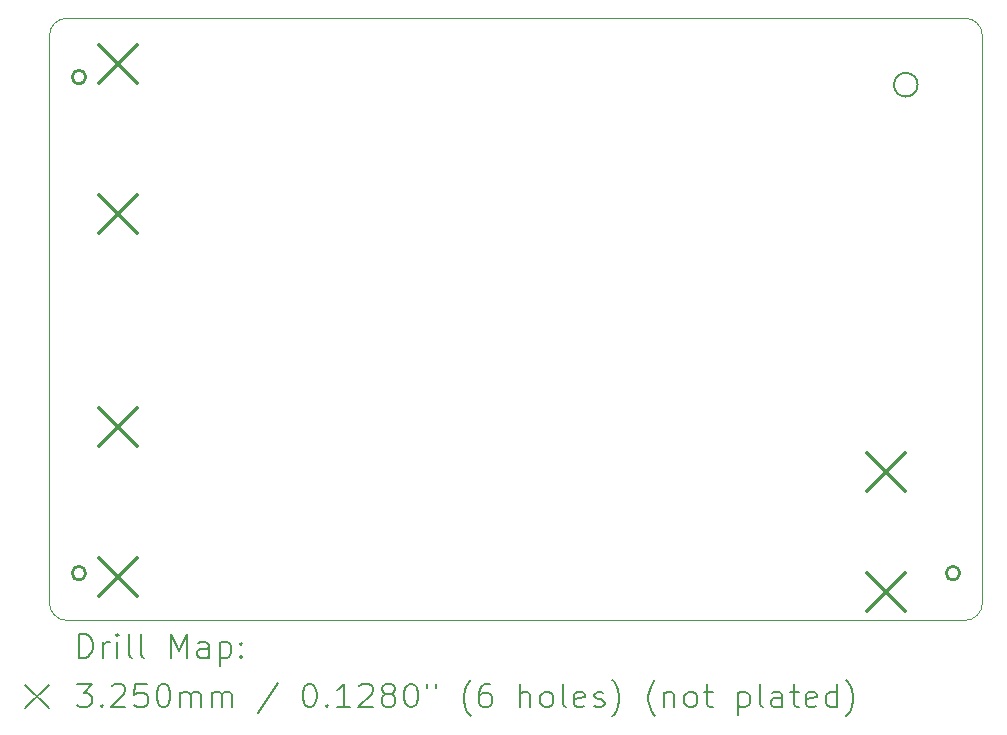
<source format=gbr>
%FSLAX45Y45*%
G04 Gerber Fmt 4.5, Leading zero omitted, Abs format (unit mm)*
G04 Created by KiCad (PCBNEW (6.0.0)) date 2022-01-05 17:08:32*
%MOMM*%
%LPD*%
G01*
G04 APERTURE LIST*
%TA.AperFunction,Profile*%
%ADD10C,0.200000*%
%TD*%
%TA.AperFunction,Profile*%
%ADD11C,0.249000*%
%TD*%
%TA.AperFunction,Profile*%
%ADD12C,0.100000*%
%TD*%
%ADD13C,0.200000*%
%ADD14C,0.325000*%
G04 APERTURE END LIST*
D10*
X17500600Y-7264400D02*
G75*
G03*
X17500600Y-7264400I-100000J0D01*
G01*
D11*
X10457600Y-11400000D02*
G75*
G03*
X10457600Y-11400000I-57600J0D01*
G01*
X10457600Y-7200000D02*
G75*
G03*
X10457600Y-7200000I-57600J0D01*
G01*
X17857600Y-11400000D02*
G75*
G03*
X17857600Y-11400000I-57600J0D01*
G01*
D12*
X10300000Y-6700000D02*
G75*
G03*
X10150000Y-6850000I0J-150000D01*
G01*
X10150000Y-6850000D02*
X10150000Y-11650000D01*
X18050000Y-11650000D02*
X18050000Y-6850000D01*
X17900000Y-6700000D02*
X10300000Y-6700000D01*
X10300000Y-11800000D02*
X17900000Y-11800000D01*
X10150000Y-11650000D02*
G75*
G03*
X10300000Y-11800000I150000J0D01*
G01*
X18050000Y-6850000D02*
G75*
G03*
X17900000Y-6700000I-150000J0D01*
G01*
X17900000Y-11800000D02*
G75*
G03*
X18050000Y-11650000I0J150000D01*
G01*
D13*
D14*
X10568800Y-6924100D02*
X10893800Y-7249100D01*
X10893800Y-6924100D02*
X10568800Y-7249100D01*
X10568800Y-8194100D02*
X10893800Y-8519100D01*
X10893800Y-8194100D02*
X10568800Y-8519100D01*
X10568800Y-9997500D02*
X10893800Y-10322500D01*
X10893800Y-9997500D02*
X10568800Y-10322500D01*
X10568800Y-11267500D02*
X10893800Y-11592500D01*
X10893800Y-11267500D02*
X10568800Y-11592500D01*
X17069100Y-10378500D02*
X17394100Y-10703500D01*
X17394100Y-10378500D02*
X17069100Y-10703500D01*
X17069100Y-11394500D02*
X17394100Y-11719500D01*
X17394100Y-11394500D02*
X17069100Y-11719500D01*
D13*
X10402619Y-12115476D02*
X10402619Y-11915476D01*
X10450238Y-11915476D01*
X10478810Y-11925000D01*
X10497857Y-11944048D01*
X10507381Y-11963095D01*
X10516905Y-12001190D01*
X10516905Y-12029762D01*
X10507381Y-12067857D01*
X10497857Y-12086905D01*
X10478810Y-12105952D01*
X10450238Y-12115476D01*
X10402619Y-12115476D01*
X10602619Y-12115476D02*
X10602619Y-11982143D01*
X10602619Y-12020238D02*
X10612143Y-12001190D01*
X10621667Y-11991667D01*
X10640714Y-11982143D01*
X10659762Y-11982143D01*
X10726429Y-12115476D02*
X10726429Y-11982143D01*
X10726429Y-11915476D02*
X10716905Y-11925000D01*
X10726429Y-11934524D01*
X10735952Y-11925000D01*
X10726429Y-11915476D01*
X10726429Y-11934524D01*
X10850238Y-12115476D02*
X10831190Y-12105952D01*
X10821667Y-12086905D01*
X10821667Y-11915476D01*
X10955000Y-12115476D02*
X10935952Y-12105952D01*
X10926429Y-12086905D01*
X10926429Y-11915476D01*
X11183571Y-12115476D02*
X11183571Y-11915476D01*
X11250238Y-12058333D01*
X11316905Y-11915476D01*
X11316905Y-12115476D01*
X11497857Y-12115476D02*
X11497857Y-12010714D01*
X11488333Y-11991667D01*
X11469286Y-11982143D01*
X11431190Y-11982143D01*
X11412143Y-11991667D01*
X11497857Y-12105952D02*
X11478809Y-12115476D01*
X11431190Y-12115476D01*
X11412143Y-12105952D01*
X11402619Y-12086905D01*
X11402619Y-12067857D01*
X11412143Y-12048809D01*
X11431190Y-12039286D01*
X11478809Y-12039286D01*
X11497857Y-12029762D01*
X11593095Y-11982143D02*
X11593095Y-12182143D01*
X11593095Y-11991667D02*
X11612143Y-11982143D01*
X11650238Y-11982143D01*
X11669286Y-11991667D01*
X11678809Y-12001190D01*
X11688333Y-12020238D01*
X11688333Y-12077381D01*
X11678809Y-12096428D01*
X11669286Y-12105952D01*
X11650238Y-12115476D01*
X11612143Y-12115476D01*
X11593095Y-12105952D01*
X11774048Y-12096428D02*
X11783571Y-12105952D01*
X11774048Y-12115476D01*
X11764524Y-12105952D01*
X11774048Y-12096428D01*
X11774048Y-12115476D01*
X11774048Y-11991667D02*
X11783571Y-12001190D01*
X11774048Y-12010714D01*
X11764524Y-12001190D01*
X11774048Y-11991667D01*
X11774048Y-12010714D01*
X9945000Y-12345000D02*
X10145000Y-12545000D01*
X10145000Y-12345000D02*
X9945000Y-12545000D01*
X10383571Y-12335476D02*
X10507381Y-12335476D01*
X10440714Y-12411667D01*
X10469286Y-12411667D01*
X10488333Y-12421190D01*
X10497857Y-12430714D01*
X10507381Y-12449762D01*
X10507381Y-12497381D01*
X10497857Y-12516428D01*
X10488333Y-12525952D01*
X10469286Y-12535476D01*
X10412143Y-12535476D01*
X10393095Y-12525952D01*
X10383571Y-12516428D01*
X10593095Y-12516428D02*
X10602619Y-12525952D01*
X10593095Y-12535476D01*
X10583571Y-12525952D01*
X10593095Y-12516428D01*
X10593095Y-12535476D01*
X10678810Y-12354524D02*
X10688333Y-12345000D01*
X10707381Y-12335476D01*
X10755000Y-12335476D01*
X10774048Y-12345000D01*
X10783571Y-12354524D01*
X10793095Y-12373571D01*
X10793095Y-12392619D01*
X10783571Y-12421190D01*
X10669286Y-12535476D01*
X10793095Y-12535476D01*
X10974048Y-12335476D02*
X10878810Y-12335476D01*
X10869286Y-12430714D01*
X10878810Y-12421190D01*
X10897857Y-12411667D01*
X10945476Y-12411667D01*
X10964524Y-12421190D01*
X10974048Y-12430714D01*
X10983571Y-12449762D01*
X10983571Y-12497381D01*
X10974048Y-12516428D01*
X10964524Y-12525952D01*
X10945476Y-12535476D01*
X10897857Y-12535476D01*
X10878810Y-12525952D01*
X10869286Y-12516428D01*
X11107381Y-12335476D02*
X11126429Y-12335476D01*
X11145476Y-12345000D01*
X11155000Y-12354524D01*
X11164524Y-12373571D01*
X11174048Y-12411667D01*
X11174048Y-12459286D01*
X11164524Y-12497381D01*
X11155000Y-12516428D01*
X11145476Y-12525952D01*
X11126429Y-12535476D01*
X11107381Y-12535476D01*
X11088333Y-12525952D01*
X11078810Y-12516428D01*
X11069286Y-12497381D01*
X11059762Y-12459286D01*
X11059762Y-12411667D01*
X11069286Y-12373571D01*
X11078810Y-12354524D01*
X11088333Y-12345000D01*
X11107381Y-12335476D01*
X11259762Y-12535476D02*
X11259762Y-12402143D01*
X11259762Y-12421190D02*
X11269286Y-12411667D01*
X11288333Y-12402143D01*
X11316905Y-12402143D01*
X11335952Y-12411667D01*
X11345476Y-12430714D01*
X11345476Y-12535476D01*
X11345476Y-12430714D02*
X11355000Y-12411667D01*
X11374048Y-12402143D01*
X11402619Y-12402143D01*
X11421667Y-12411667D01*
X11431190Y-12430714D01*
X11431190Y-12535476D01*
X11526428Y-12535476D02*
X11526428Y-12402143D01*
X11526428Y-12421190D02*
X11535952Y-12411667D01*
X11555000Y-12402143D01*
X11583571Y-12402143D01*
X11602619Y-12411667D01*
X11612143Y-12430714D01*
X11612143Y-12535476D01*
X11612143Y-12430714D02*
X11621667Y-12411667D01*
X11640714Y-12402143D01*
X11669286Y-12402143D01*
X11688333Y-12411667D01*
X11697857Y-12430714D01*
X11697857Y-12535476D01*
X12088333Y-12325952D02*
X11916905Y-12583095D01*
X12345476Y-12335476D02*
X12364524Y-12335476D01*
X12383571Y-12345000D01*
X12393095Y-12354524D01*
X12402619Y-12373571D01*
X12412143Y-12411667D01*
X12412143Y-12459286D01*
X12402619Y-12497381D01*
X12393095Y-12516428D01*
X12383571Y-12525952D01*
X12364524Y-12535476D01*
X12345476Y-12535476D01*
X12326428Y-12525952D01*
X12316905Y-12516428D01*
X12307381Y-12497381D01*
X12297857Y-12459286D01*
X12297857Y-12411667D01*
X12307381Y-12373571D01*
X12316905Y-12354524D01*
X12326428Y-12345000D01*
X12345476Y-12335476D01*
X12497857Y-12516428D02*
X12507381Y-12525952D01*
X12497857Y-12535476D01*
X12488333Y-12525952D01*
X12497857Y-12516428D01*
X12497857Y-12535476D01*
X12697857Y-12535476D02*
X12583571Y-12535476D01*
X12640714Y-12535476D02*
X12640714Y-12335476D01*
X12621667Y-12364048D01*
X12602619Y-12383095D01*
X12583571Y-12392619D01*
X12774048Y-12354524D02*
X12783571Y-12345000D01*
X12802619Y-12335476D01*
X12850238Y-12335476D01*
X12869286Y-12345000D01*
X12878809Y-12354524D01*
X12888333Y-12373571D01*
X12888333Y-12392619D01*
X12878809Y-12421190D01*
X12764524Y-12535476D01*
X12888333Y-12535476D01*
X13002619Y-12421190D02*
X12983571Y-12411667D01*
X12974048Y-12402143D01*
X12964524Y-12383095D01*
X12964524Y-12373571D01*
X12974048Y-12354524D01*
X12983571Y-12345000D01*
X13002619Y-12335476D01*
X13040714Y-12335476D01*
X13059762Y-12345000D01*
X13069286Y-12354524D01*
X13078809Y-12373571D01*
X13078809Y-12383095D01*
X13069286Y-12402143D01*
X13059762Y-12411667D01*
X13040714Y-12421190D01*
X13002619Y-12421190D01*
X12983571Y-12430714D01*
X12974048Y-12440238D01*
X12964524Y-12459286D01*
X12964524Y-12497381D01*
X12974048Y-12516428D01*
X12983571Y-12525952D01*
X13002619Y-12535476D01*
X13040714Y-12535476D01*
X13059762Y-12525952D01*
X13069286Y-12516428D01*
X13078809Y-12497381D01*
X13078809Y-12459286D01*
X13069286Y-12440238D01*
X13059762Y-12430714D01*
X13040714Y-12421190D01*
X13202619Y-12335476D02*
X13221667Y-12335476D01*
X13240714Y-12345000D01*
X13250238Y-12354524D01*
X13259762Y-12373571D01*
X13269286Y-12411667D01*
X13269286Y-12459286D01*
X13259762Y-12497381D01*
X13250238Y-12516428D01*
X13240714Y-12525952D01*
X13221667Y-12535476D01*
X13202619Y-12535476D01*
X13183571Y-12525952D01*
X13174048Y-12516428D01*
X13164524Y-12497381D01*
X13155000Y-12459286D01*
X13155000Y-12411667D01*
X13164524Y-12373571D01*
X13174048Y-12354524D01*
X13183571Y-12345000D01*
X13202619Y-12335476D01*
X13345476Y-12335476D02*
X13345476Y-12373571D01*
X13421667Y-12335476D02*
X13421667Y-12373571D01*
X13716905Y-12611667D02*
X13707381Y-12602143D01*
X13688333Y-12573571D01*
X13678809Y-12554524D01*
X13669286Y-12525952D01*
X13659762Y-12478333D01*
X13659762Y-12440238D01*
X13669286Y-12392619D01*
X13678809Y-12364048D01*
X13688333Y-12345000D01*
X13707381Y-12316428D01*
X13716905Y-12306905D01*
X13878809Y-12335476D02*
X13840714Y-12335476D01*
X13821667Y-12345000D01*
X13812143Y-12354524D01*
X13793095Y-12383095D01*
X13783571Y-12421190D01*
X13783571Y-12497381D01*
X13793095Y-12516428D01*
X13802619Y-12525952D01*
X13821667Y-12535476D01*
X13859762Y-12535476D01*
X13878809Y-12525952D01*
X13888333Y-12516428D01*
X13897857Y-12497381D01*
X13897857Y-12449762D01*
X13888333Y-12430714D01*
X13878809Y-12421190D01*
X13859762Y-12411667D01*
X13821667Y-12411667D01*
X13802619Y-12421190D01*
X13793095Y-12430714D01*
X13783571Y-12449762D01*
X14135952Y-12535476D02*
X14135952Y-12335476D01*
X14221667Y-12535476D02*
X14221667Y-12430714D01*
X14212143Y-12411667D01*
X14193095Y-12402143D01*
X14164524Y-12402143D01*
X14145476Y-12411667D01*
X14135952Y-12421190D01*
X14345476Y-12535476D02*
X14326428Y-12525952D01*
X14316905Y-12516428D01*
X14307381Y-12497381D01*
X14307381Y-12440238D01*
X14316905Y-12421190D01*
X14326428Y-12411667D01*
X14345476Y-12402143D01*
X14374048Y-12402143D01*
X14393095Y-12411667D01*
X14402619Y-12421190D01*
X14412143Y-12440238D01*
X14412143Y-12497381D01*
X14402619Y-12516428D01*
X14393095Y-12525952D01*
X14374048Y-12535476D01*
X14345476Y-12535476D01*
X14526428Y-12535476D02*
X14507381Y-12525952D01*
X14497857Y-12506905D01*
X14497857Y-12335476D01*
X14678809Y-12525952D02*
X14659762Y-12535476D01*
X14621667Y-12535476D01*
X14602619Y-12525952D01*
X14593095Y-12506905D01*
X14593095Y-12430714D01*
X14602619Y-12411667D01*
X14621667Y-12402143D01*
X14659762Y-12402143D01*
X14678809Y-12411667D01*
X14688333Y-12430714D01*
X14688333Y-12449762D01*
X14593095Y-12468809D01*
X14764524Y-12525952D02*
X14783571Y-12535476D01*
X14821667Y-12535476D01*
X14840714Y-12525952D01*
X14850238Y-12506905D01*
X14850238Y-12497381D01*
X14840714Y-12478333D01*
X14821667Y-12468809D01*
X14793095Y-12468809D01*
X14774048Y-12459286D01*
X14764524Y-12440238D01*
X14764524Y-12430714D01*
X14774048Y-12411667D01*
X14793095Y-12402143D01*
X14821667Y-12402143D01*
X14840714Y-12411667D01*
X14916905Y-12611667D02*
X14926428Y-12602143D01*
X14945476Y-12573571D01*
X14955000Y-12554524D01*
X14964524Y-12525952D01*
X14974048Y-12478333D01*
X14974048Y-12440238D01*
X14964524Y-12392619D01*
X14955000Y-12364048D01*
X14945476Y-12345000D01*
X14926428Y-12316428D01*
X14916905Y-12306905D01*
X15278809Y-12611667D02*
X15269286Y-12602143D01*
X15250238Y-12573571D01*
X15240714Y-12554524D01*
X15231190Y-12525952D01*
X15221667Y-12478333D01*
X15221667Y-12440238D01*
X15231190Y-12392619D01*
X15240714Y-12364048D01*
X15250238Y-12345000D01*
X15269286Y-12316428D01*
X15278809Y-12306905D01*
X15355000Y-12402143D02*
X15355000Y-12535476D01*
X15355000Y-12421190D02*
X15364524Y-12411667D01*
X15383571Y-12402143D01*
X15412143Y-12402143D01*
X15431190Y-12411667D01*
X15440714Y-12430714D01*
X15440714Y-12535476D01*
X15564524Y-12535476D02*
X15545476Y-12525952D01*
X15535952Y-12516428D01*
X15526428Y-12497381D01*
X15526428Y-12440238D01*
X15535952Y-12421190D01*
X15545476Y-12411667D01*
X15564524Y-12402143D01*
X15593095Y-12402143D01*
X15612143Y-12411667D01*
X15621667Y-12421190D01*
X15631190Y-12440238D01*
X15631190Y-12497381D01*
X15621667Y-12516428D01*
X15612143Y-12525952D01*
X15593095Y-12535476D01*
X15564524Y-12535476D01*
X15688333Y-12402143D02*
X15764524Y-12402143D01*
X15716905Y-12335476D02*
X15716905Y-12506905D01*
X15726428Y-12525952D01*
X15745476Y-12535476D01*
X15764524Y-12535476D01*
X15983571Y-12402143D02*
X15983571Y-12602143D01*
X15983571Y-12411667D02*
X16002619Y-12402143D01*
X16040714Y-12402143D01*
X16059762Y-12411667D01*
X16069286Y-12421190D01*
X16078809Y-12440238D01*
X16078809Y-12497381D01*
X16069286Y-12516428D01*
X16059762Y-12525952D01*
X16040714Y-12535476D01*
X16002619Y-12535476D01*
X15983571Y-12525952D01*
X16193095Y-12535476D02*
X16174048Y-12525952D01*
X16164524Y-12506905D01*
X16164524Y-12335476D01*
X16355000Y-12535476D02*
X16355000Y-12430714D01*
X16345476Y-12411667D01*
X16326428Y-12402143D01*
X16288333Y-12402143D01*
X16269286Y-12411667D01*
X16355000Y-12525952D02*
X16335952Y-12535476D01*
X16288333Y-12535476D01*
X16269286Y-12525952D01*
X16259762Y-12506905D01*
X16259762Y-12487857D01*
X16269286Y-12468809D01*
X16288333Y-12459286D01*
X16335952Y-12459286D01*
X16355000Y-12449762D01*
X16421667Y-12402143D02*
X16497857Y-12402143D01*
X16450238Y-12335476D02*
X16450238Y-12506905D01*
X16459762Y-12525952D01*
X16478809Y-12535476D01*
X16497857Y-12535476D01*
X16640714Y-12525952D02*
X16621667Y-12535476D01*
X16583571Y-12535476D01*
X16564524Y-12525952D01*
X16555000Y-12506905D01*
X16555000Y-12430714D01*
X16564524Y-12411667D01*
X16583571Y-12402143D01*
X16621667Y-12402143D01*
X16640714Y-12411667D01*
X16650238Y-12430714D01*
X16650238Y-12449762D01*
X16555000Y-12468809D01*
X16821667Y-12535476D02*
X16821667Y-12335476D01*
X16821667Y-12525952D02*
X16802619Y-12535476D01*
X16764524Y-12535476D01*
X16745476Y-12525952D01*
X16735952Y-12516428D01*
X16726428Y-12497381D01*
X16726428Y-12440238D01*
X16735952Y-12421190D01*
X16745476Y-12411667D01*
X16764524Y-12402143D01*
X16802619Y-12402143D01*
X16821667Y-12411667D01*
X16897857Y-12611667D02*
X16907381Y-12602143D01*
X16926429Y-12573571D01*
X16935952Y-12554524D01*
X16945476Y-12525952D01*
X16955000Y-12478333D01*
X16955000Y-12440238D01*
X16945476Y-12392619D01*
X16935952Y-12364048D01*
X16926429Y-12345000D01*
X16907381Y-12316428D01*
X16897857Y-12306905D01*
M02*

</source>
